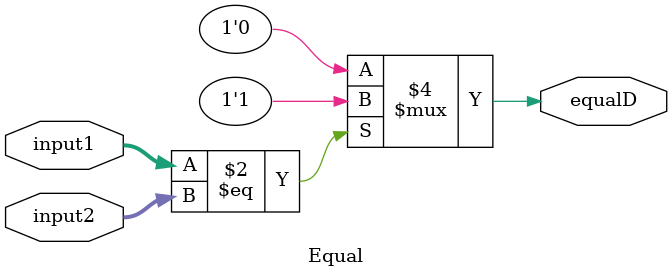
<source format=v>

/* MUX_2_1_32bit module: 32 bit multiplexor function from 2 inputs to 1 output */
module Equal(input [31:0] input1, input [31:0] input2, output reg equalD);

always @(*)
begin
  if (input1 == input2)
    equalD = 1;
  else
    equalD = 0;
end

endmodule

</source>
